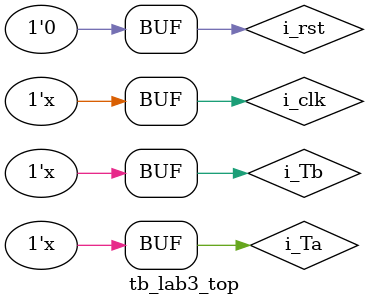
<source format=sv>
`timescale 1ns / 1ps


module tb_lab3_top(
    );
    
    bit i_clk = 1'b0; logic i_rst = '0; logic i_Ta='0; logic i_Tb='0;
    
    lab3_top u_sm (
    .i_clk(i_clk),
    .i_rst(i_rst),
    .i_Ta(i_Ta),
    .i_Tb(i_Tb)
    );
    
    always #(5e2) i_clk = ~i_clk;
    
    always #(2.5e4) i_Ta = ~i_Ta;
    always #(7.1e4) i_Tb = ~i_Tb;
    
    initial begin i_rst = '0;
    
    #5 i_rst = 1'b1;
    #520 i_rst = 1'b0;
    end
endmodule

</source>
